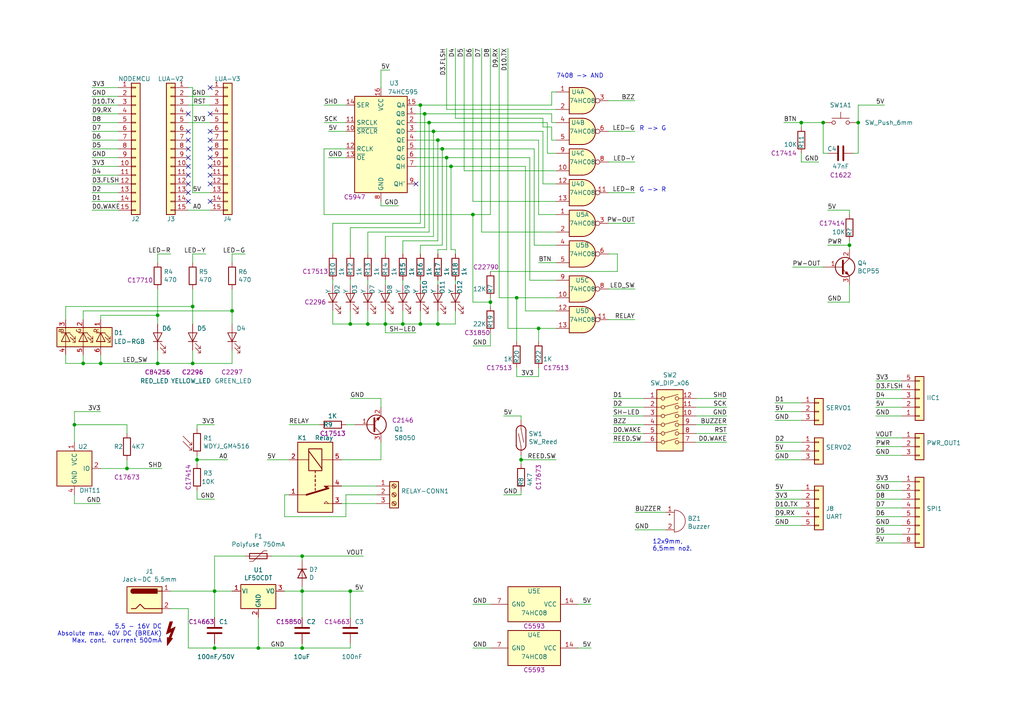
<source format=kicad_sch>
(kicad_sch (version 20230121) (generator eeschema)
  (paper "A4")
  (junction (at 142.24 87.63))
  (junction (at 36.83 135.89))
  (junction (at 111.76 93.98))
  (junction (at 21.59 123.19))
  (junction (at 62.23 171.45))
  (junction (at 101.6 171.45))
  (junction (at 87.63 187.96))
  (junction (at 67.31 90.17))
  (junction (at 125.73 38.1))
  (junction (at 129.54 45.72))
  (junction (at 128.27 43.18))
  (junction (at 232.41 35.56))
  (junction (at 127 93.98))
  (junction (at 87.63 171.45))
  (junction (at 87.63 161.29))
  (junction (at 127 40.64))
  (junction (at 101.6 93.98))
  (junction (at 55.88 105.41))
  (junction (at 116.84 93.98))
  (junction (at 246.38 71.12))
  (junction (at 57.15 133.35))
  (junction (at 55.88 88.9))
  (junction (at 248.92 35.56))
  (junction (at 238.76 35.56))
  (junction (at 45.72 91.44))
  (junction (at 137.16 62.23))
  (junction (at 24.13 105.41))
  (junction (at 74.93 187.96))
  (junction (at 121.92 93.98))
  (junction (at 151.13 133.35))
  (junction (at 45.72 105.41))
  (junction (at 130.81 48.26))
  (junction (at 124.46 35.56))
  (junction (at 106.68 93.98))
  (junction (at 62.23 187.96))
  (junction (at 149.86 86.36))
  (junction (at 123.19 33.02))
  (junction (at 121.92 30.48))
  (junction (at 29.21 105.41))
  (junction (at 156.21 95.25))
  (no_connect (at 60.96 40.64))
  (no_connect (at 54.61 55.88))
  (no_connect (at 60.96 50.8))
  (no_connect (at 54.61 53.34))
  (no_connect (at 54.61 58.42))
  (no_connect (at 54.61 45.72))
  (no_connect (at 60.96 58.42))
  (no_connect (at 60.96 45.72))
  (no_connect (at 54.61 48.26))
  (no_connect (at 60.96 38.1))
  (no_connect (at 54.61 40.64))
  (no_connect (at 54.61 50.8))
  (no_connect (at 60.96 33.02))
  (no_connect (at 54.61 33.02))
  (no_connect (at 60.96 43.18))
  (no_connect (at 54.61 38.1))
  (no_connect (at 60.96 25.4))
  (no_connect (at 54.61 43.18))
  (no_connect (at 60.96 48.26))
  (no_connect (at 120.65 53.34))
  (no_connect (at 60.96 53.34))
  (wire (pts (xy 261.62 120.65) (xy 254 120.65)))
  (wire (pts (xy 201.93 115.57) (xy 210.82 115.57)))
  (wire (pts (xy 26.67 25.4) (xy 34.29 25.4)))
  (wire (pts (xy 152.4 48.26) (xy 152.4 90.17)))
  (wire (pts (xy 176.53 64.77) (xy 184.15 64.77)))
  (wire (pts (xy 111.76 81.28) (xy 111.76 82.55)))
  (wire (pts (xy 26.67 38.1) (xy 34.29 38.1)))
  (wire (pts (xy 125.73 38.1) (xy 157.48 38.1)))
  (wire (pts (xy 87.63 171.45) (xy 82.55 171.45)))
  (wire (pts (xy 110.49 128.27) (xy 110.49 133.35)))
  (wire (pts (xy 247.65 44.45) (xy 248.92 44.45)))
  (wire (pts (xy 106.68 73.66) (xy 106.68 67.31)))
  (wire (pts (xy 101.6 186.69) (xy 101.6 187.96)))
  (wire (pts (xy 179.07 73.66) (xy 179.07 78.74)))
  (wire (pts (xy 151.13 120.65) (xy 146.05 120.65)))
  (wire (pts (xy 57.15 123.19) (xy 62.23 123.19)))
  (wire (pts (xy 21.59 128.27) (xy 21.59 123.19)))
  (wire (pts (xy 232.41 149.86) (xy 224.79 149.86)))
  (wire (pts (xy 246.38 82.55) (xy 246.38 87.63)))
  (wire (pts (xy 132.08 13.97) (xy 132.08 34.29)))
  (wire (pts (xy 120.65 33.02) (xy 123.19 33.02)))
  (wire (pts (xy 26.67 30.48) (xy 34.29 30.48)))
  (wire (pts (xy 137.16 187.96) (xy 142.24 187.96)))
  (wire (pts (xy 36.83 135.89) (xy 36.83 133.35)))
  (wire (pts (xy 62.23 187.96) (xy 62.23 186.69)))
  (wire (pts (xy 177.8 115.57) (xy 186.69 115.57)))
  (wire (pts (xy 96.52 64.77) (xy 121.92 64.77)))
  (wire (pts (xy 261.62 139.7) (xy 254 139.7)))
  (wire (pts (xy 45.72 76.2) (xy 45.72 73.66)))
  (wire (pts (xy 261.62 115.57) (xy 254 115.57)))
  (wire (pts (xy 45.72 73.66) (xy 49.53 73.66)))
  (wire (pts (xy 106.68 81.28) (xy 106.68 82.55)))
  (wire (pts (xy 26.67 33.02) (xy 34.29 33.02)))
  (wire (pts (xy 232.41 142.24) (xy 224.79 142.24)))
  (wire (pts (xy 111.76 73.66) (xy 111.76 68.58)))
  (wire (pts (xy 55.88 73.66) (xy 59.69 73.66)))
  (wire (pts (xy 232.41 147.32) (xy 224.79 147.32)))
  (wire (pts (xy 154.94 71.12) (xy 161.29 71.12)))
  (wire (pts (xy 67.31 171.45) (xy 62.23 171.45)))
  (wire (pts (xy 26.67 40.64) (xy 34.29 40.64)))
  (wire (pts (xy 120.65 38.1) (xy 125.73 38.1)))
  (wire (pts (xy 160.02 36.83) (xy 157.48 36.83)))
  (wire (pts (xy 137.16 100.33) (xy 142.24 100.33)))
  (wire (pts (xy 55.88 83.82) (xy 55.88 88.9)))
  (wire (pts (xy 232.41 119.38) (xy 224.79 119.38)))
  (wire (pts (xy 60.96 35.56) (xy 54.61 35.56)))
  (wire (pts (xy 121.92 30.48) (xy 160.02 30.48)))
  (wire (pts (xy 21.59 123.19) (xy 21.59 119.38)))
  (wire (pts (xy 161.29 40.64) (xy 160.02 40.64)))
  (wire (pts (xy 137.16 13.97) (xy 137.16 58.42)))
  (wire (pts (xy 26.67 48.26) (xy 34.29 48.26)))
  (wire (pts (xy 26.67 50.8) (xy 34.29 50.8)))
  (wire (pts (xy 54.61 27.94) (xy 60.96 27.94)))
  (wire (pts (xy 232.41 121.92) (xy 224.79 121.92)))
  (wire (pts (xy 158.75 35.56) (xy 158.75 44.45)))
  (wire (pts (xy 156.21 109.22) (xy 149.86 109.22)))
  (wire (pts (xy 160.02 40.64) (xy 160.02 36.83)))
  (wire (pts (xy 142.24 13.97) (xy 142.24 62.23)))
  (wire (pts (xy 67.31 101.6) (xy 67.31 105.41)))
  (wire (pts (xy 232.41 116.84) (xy 224.79 116.84)))
  (wire (pts (xy 261.62 152.4) (xy 254 152.4)))
  (wire (pts (xy 229.87 77.47) (xy 238.76 77.47)))
  (wire (pts (xy 106.68 93.98) (xy 111.76 93.98)))
  (wire (pts (xy 232.41 152.4) (xy 224.79 152.4)))
  (wire (pts (xy 156.21 40.64) (xy 156.21 62.23)))
  (wire (pts (xy 124.46 67.31) (xy 124.46 35.56)))
  (wire (pts (xy 99.06 146.05) (xy 109.22 146.05)))
  (wire (pts (xy 111.76 68.58) (xy 125.73 68.58)))
  (wire (pts (xy 105.41 171.45) (xy 101.6 171.45)))
  (wire (pts (xy 157.48 38.1) (xy 157.48 53.34)))
  (wire (pts (xy 55.88 105.41) (xy 45.72 105.41)))
  (wire (pts (xy 120.65 30.48) (xy 121.92 30.48)))
  (wire (pts (xy 87.63 171.45) (xy 101.6 171.45)))
  (wire (pts (xy 151.13 133.35) (xy 161.29 133.35)))
  (wire (pts (xy 160.02 26.67) (xy 160.02 30.48)))
  (wire (pts (xy 120.65 48.26) (xy 130.81 48.26)))
  (wire (pts (xy 93.98 62.23) (xy 93.98 43.18)))
  (wire (pts (xy 26.67 60.96) (xy 34.29 60.96)))
  (wire (pts (xy 160.02 26.67) (xy 161.29 26.67)))
  (wire (pts (xy 60.96 30.48) (xy 54.61 30.48)))
  (wire (pts (xy 67.31 105.41) (xy 55.88 105.41)))
  (wire (pts (xy 100.33 149.86) (xy 100.33 143.51)))
  (wire (pts (xy 261.62 142.24) (xy 254 142.24)))
  (wire (pts (xy 96.52 90.17) (xy 96.52 93.98)))
  (wire (pts (xy 151.13 133.35) (xy 151.13 134.62)))
  (wire (pts (xy 261.62 127) (xy 254 127)))
  (wire (pts (xy 26.67 45.72) (xy 34.29 45.72)))
  (wire (pts (xy 134.62 49.53) (xy 161.29 49.53)))
  (wire (pts (xy 121.92 73.66) (xy 121.92 71.12)))
  (wire (pts (xy 101.6 81.28) (xy 101.6 82.55)))
  (wire (pts (xy 67.31 76.2) (xy 67.31 73.66)))
  (wire (pts (xy 121.92 90.17) (xy 121.92 93.98)))
  (wire (pts (xy 92.71 123.19) (xy 83.82 123.19)))
  (wire (pts (xy 96.52 81.28) (xy 96.52 82.55)))
  (wire (pts (xy 101.6 73.66) (xy 101.6 66.04)))
  (wire (pts (xy 120.65 43.18) (xy 128.27 43.18)))
  (wire (pts (xy 124.46 35.56) (xy 158.75 35.56)))
  (wire (pts (xy 60.96 60.96) (xy 54.61 60.96)))
  (wire (pts (xy 176.53 55.88) (xy 184.15 55.88)))
  (wire (pts (xy 161.29 76.2) (xy 156.21 76.2)))
  (wire (pts (xy 149.86 86.36) (xy 161.29 86.36)))
  (wire (pts (xy 132.08 81.28) (xy 132.08 82.55)))
  (wire (pts (xy 186.69 120.65) (xy 177.8 120.65)))
  (wire (pts (xy 21.59 143.51) (xy 21.59 146.05)))
  (wire (pts (xy 67.31 90.17) (xy 67.31 93.98)))
  (wire (pts (xy 87.63 170.18) (xy 87.63 171.45)))
  (wire (pts (xy 96.52 93.98) (xy 101.6 93.98)))
  (wire (pts (xy 45.72 91.44) (xy 45.72 93.98)))
  (wire (pts (xy 246.38 87.63) (xy 240.03 87.63)))
  (wire (pts (xy 127 73.66) (xy 127 72.39)))
  (wire (pts (xy 95.25 45.72) (xy 100.33 45.72)))
  (wire (pts (xy 137.16 62.23) (xy 93.98 62.23)))
  (wire (pts (xy 201.93 120.65) (xy 210.82 120.65)))
  (wire (pts (xy 232.41 133.35) (xy 224.79 133.35)))
  (wire (pts (xy 57.15 124.46) (xy 57.15 123.19)))
  (wire (pts (xy 246.38 71.12) (xy 240.03 71.12)))
  (wire (pts (xy 149.86 109.22) (xy 149.86 106.68)))
  (wire (pts (xy 130.81 48.26) (xy 152.4 48.26)))
  (wire (pts (xy 110.49 133.35) (xy 99.06 133.35)))
  (wire (pts (xy 36.83 135.89) (xy 46.99 135.89)))
  (wire (pts (xy 101.6 179.07) (xy 101.6 171.45)))
  (wire (pts (xy 21.59 119.38) (xy 29.21 119.38)))
  (wire (pts (xy 62.23 187.96) (xy 54.61 187.96)))
  (wire (pts (xy 261.62 129.54) (xy 254 129.54)))
  (wire (pts (xy 49.53 171.45) (xy 62.23 171.45)))
  (wire (pts (xy 110.49 115.57) (xy 101.6 115.57)))
  (wire (pts (xy 87.63 161.29) (xy 105.41 161.29)))
  (wire (pts (xy 29.21 135.89) (xy 36.83 135.89)))
  (wire (pts (xy 176.53 92.71) (xy 184.15 92.71)))
  (wire (pts (xy 67.31 73.66) (xy 71.12 73.66)))
  (wire (pts (xy 82.55 143.51) (xy 82.55 149.86)))
  (wire (pts (xy 99.06 140.97) (xy 109.22 140.97)))
  (wire (pts (xy 83.82 143.51) (xy 82.55 143.51)))
  (wire (pts (xy 106.68 67.31) (xy 124.46 67.31)))
  (wire (pts (xy 261.62 110.49) (xy 254 110.49)))
  (wire (pts (xy 201.93 128.27) (xy 210.82 128.27)))
  (wire (pts (xy 179.07 73.66) (xy 176.53 73.66)))
  (wire (pts (xy 186.69 128.27) (xy 177.8 128.27)))
  (wire (pts (xy 120.65 35.56) (xy 124.46 35.56)))
  (wire (pts (xy 19.05 92.71) (xy 19.05 88.9)))
  (wire (pts (xy 101.6 66.04) (xy 123.19 66.04)))
  (wire (pts (xy 144.78 86.36) (xy 149.86 86.36)))
  (wire (pts (xy 176.53 46.99) (xy 184.15 46.99)))
  (wire (pts (xy 121.92 64.77) (xy 121.92 30.48)))
  (wire (pts (xy 62.23 161.29) (xy 62.23 171.45)))
  (wire (pts (xy 110.49 25.4) (xy 110.49 20.32)))
  (wire (pts (xy 74.93 187.96) (xy 74.93 179.07)))
  (wire (pts (xy 153.67 45.72) (xy 153.67 81.28)))
  (wire (pts (xy 129.54 13.97) (xy 129.54 31.75)))
  (wire (pts (xy 93.98 30.48) (xy 100.33 30.48)))
  (wire (pts (xy 110.49 59.69) (xy 115.57 59.69)))
  (wire (pts (xy 142.24 87.63) (xy 137.16 87.63)))
  (wire (pts (xy 179.07 78.74) (xy 142.24 78.74)))
  (wire (pts (xy 87.63 162.56) (xy 87.63 161.29)))
  (wire (pts (xy 156.21 95.25) (xy 156.21 99.06)))
  (wire (pts (xy 100.33 43.18) (xy 93.98 43.18)))
  (wire (pts (xy 132.08 73.66) (xy 132.08 72.39)))
  (wire (pts (xy 160.02 35.56) (xy 161.29 35.56)))
  (wire (pts (xy 156.21 95.25) (xy 161.29 95.25)))
  (wire (pts (xy 116.84 90.17) (xy 116.84 93.98)))
  (wire (pts (xy 55.88 88.9) (xy 55.88 93.98)))
  (wire (pts (xy 248.92 30.48) (xy 256.54 30.48)))
  (wire (pts (xy 153.67 81.28) (xy 161.29 81.28)))
  (wire (pts (xy 101.6 93.98) (xy 106.68 93.98)))
  (wire (pts (xy 111.76 90.17) (xy 111.76 93.98)))
  (wire (pts (xy 184.15 148.59) (xy 193.04 148.59)))
  (wire (pts (xy 128.27 71.12) (xy 128.27 43.18)))
  (wire (pts (xy 151.13 121.92) (xy 151.13 120.65)))
  (wire (pts (xy 246.38 72.39) (xy 246.38 71.12)))
  (wire (pts (xy 171.45 187.96) (xy 167.64 187.96)))
  (wire (pts (xy 29.21 91.44) (xy 45.72 91.44)))
  (wire (pts (xy 116.84 93.98) (xy 121.92 93.98)))
  (wire (pts (xy 171.45 175.26) (xy 167.64 175.26)))
  (wire (pts (xy 246.38 60.96) (xy 240.03 60.96)))
  (wire (pts (xy 67.31 83.82) (xy 67.31 90.17)))
  (wire (pts (xy 78.74 161.29) (xy 87.63 161.29)))
  (wire (pts (xy 57.15 142.24) (xy 57.15 144.78)))
  (wire (pts (xy 142.24 88.9) (xy 142.24 87.63)))
  (wire (pts (xy 57.15 144.78) (xy 62.23 144.78)))
  (wire (pts (xy 26.67 53.34) (xy 34.29 53.34)))
  (wire (pts (xy 161.29 67.31) (xy 139.7 67.31)))
  (wire (pts (xy 157.48 34.29) (xy 132.08 34.29)))
  (wire (pts (xy 152.4 90.17) (xy 161.29 90.17)))
  (wire (pts (xy 132.08 72.39) (xy 130.81 72.39)))
  (wire (pts (xy 121.92 81.28) (xy 121.92 82.55)))
  (wire (pts (xy 232.41 46.99) (xy 237.49 46.99)))
  (wire (pts (xy 248.92 35.56) (xy 248.92 44.45)))
  (wire (pts (xy 19.05 105.41) (xy 24.13 105.41)))
  (wire (pts (xy 240.03 44.45) (xy 238.76 44.45)))
  (wire (pts (xy 74.93 187.96) (xy 62.23 187.96)))
  (wire (pts (xy 129.54 45.72) (xy 153.67 45.72)))
  (wire (pts (xy 55.88 76.2) (xy 55.88 73.66)))
  (wire (pts (xy 157.48 53.34) (xy 161.29 53.34)))
  (wire (pts (xy 24.13 102.87) (xy 24.13 105.41)))
  (wire (pts (xy 227.33 35.56) (xy 232.41 35.56)))
  (wire (pts (xy 177.8 118.11) (xy 186.69 118.11)))
  (wire (pts (xy 96.52 73.66) (xy 96.52 64.77)))
  (wire (pts (xy 186.69 123.19) (xy 177.8 123.19)))
  (wire (pts (xy 261.62 149.86) (xy 254 149.86)))
  (wire (pts (xy 29.21 105.41) (xy 45.72 105.41)))
  (wire (pts (xy 261.62 157.48) (xy 254 157.48)))
  (wire (pts (xy 261.62 147.32) (xy 254 147.32)))
  (wire (pts (xy 142.24 62.23) (xy 137.16 62.23)))
  (wire (pts (xy 238.76 44.45) (xy 238.76 35.56)))
  (wire (pts (xy 144.78 13.97) (xy 144.78 86.36)))
  (wire (pts (xy 176.53 29.21) (xy 184.15 29.21)))
  (wire (pts (xy 24.13 92.71) (xy 24.13 90.17)))
  (wire (pts (xy 54.61 176.53) (xy 49.53 176.53)))
  (wire (pts (xy 29.21 102.87) (xy 29.21 105.41)))
  (wire (pts (xy 261.62 144.78) (xy 254 144.78)))
  (wire (pts (xy 106.68 90.17) (xy 106.68 93.98)))
  (wire (pts (xy 36.83 123.19) (xy 36.83 125.73)))
  (wire (pts (xy 147.32 13.97) (xy 147.32 95.25)))
  (wire (pts (xy 57.15 132.08) (xy 57.15 133.35)))
  (wire (pts (xy 55.88 25.4) (xy 55.88 55.88)))
  (wire (pts (xy 26.67 43.18) (xy 34.29 43.18)))
  (wire (pts (xy 129.54 72.39) (xy 129.54 45.72)))
  (wire (pts (xy 137.16 175.26) (xy 142.24 175.26)))
  (wire (pts (xy 45.72 105.41) (xy 45.72 101.6)))
  (wire (pts (xy 26.67 55.88) (xy 34.29 55.88)))
  (wire (pts (xy 24.13 90.17) (xy 67.31 90.17)))
  (wire (pts (xy 160.02 33.02) (xy 160.02 35.56)))
  (wire (pts (xy 123.19 33.02) (xy 160.02 33.02)))
  (wire (pts (xy 261.62 118.11) (xy 254 118.11)))
  (wire (pts (xy 29.21 92.71) (xy 29.21 91.44)))
  (wire (pts (xy 147.32 95.25) (xy 156.21 95.25)))
  (wire (pts (xy 111.76 93.98) (xy 116.84 93.98)))
  (wire (pts (xy 186.69 125.73) (xy 177.8 125.73)))
  (wire (pts (xy 232.41 35.56) (xy 238.76 35.56)))
  (wire (pts (xy 201.93 118.11) (xy 210.82 118.11)))
  (wire (pts (xy 110.49 118.11) (xy 110.49 115.57)))
  (wire (pts (xy 93.98 35.56) (xy 100.33 35.56)))
  (wire (pts (xy 21.59 146.05) (xy 29.21 146.05)))
  (wire (pts (xy 62.23 171.45) (xy 62.23 179.07)))
  (wire (pts (xy 184.15 153.67) (xy 193.04 153.67)))
  (wire (pts (xy 246.38 62.23) (xy 246.38 60.96)))
  (wire (pts (xy 156.21 106.68) (xy 156.21 109.22)))
  (wire (pts (xy 26.67 35.56) (xy 34.29 35.56)))
  (wire (pts (xy 142.24 96.52) (xy 142.24 100.33)))
  (wire (pts (xy 149.86 99.06) (xy 149.86 86.36)))
  (wire (pts (xy 71.12 161.29) (xy 62.23 161.29)))
  (wire (pts (xy 232.41 36.83) (xy 232.41 35.56)))
  (wire (pts (xy 248.92 30.48) (xy 248.92 35.56)))
  (wire (pts (xy 132.08 93.98) (xy 127 93.98)))
  (wire (pts (xy 151.13 132.08) (xy 151.13 133.35)))
  (wire (pts (xy 100.33 38.1) (xy 95.25 38.1)))
  (wire (pts (xy 102.87 123.19) (xy 100.33 123.19)))
  (wire (pts (xy 127 72.39) (xy 129.54 72.39)))
  (wire (pts (xy 110.49 20.32) (xy 113.03 20.32)))
  (wire (pts (xy 128.27 43.18) (xy 154.94 43.18)))
  (wire (pts (xy 116.84 73.66) (xy 116.84 69.85)))
  (wire (pts (xy 156.21 62.23) (xy 161.29 62.23)))
  (wire (pts (xy 261.62 113.03) (xy 254 113.03)))
  (wire (pts (xy 121.92 71.12) (xy 128.27 71.12)))
  (wire (pts (xy 176.53 38.1) (xy 184.15 38.1)))
  (wire (pts (xy 54.61 187.96) (xy 54.61 176.53)))
  (wire (pts (xy 161.29 58.42) (xy 137.16 58.42)))
  (wire (pts (xy 232.41 128.27) (xy 224.79 128.27)))
  (wire (pts (xy 127 40.64) (xy 156.21 40.64)))
  (wire (pts (xy 137.16 87.63) (xy 137.16 62.23)))
  (wire (pts (xy 120.65 40.64) (xy 127 40.64)))
  (wire (pts (xy 82.55 149.86) (xy 100.33 149.86)))
  (wire (pts (xy 87.63 179.07) (xy 87.63 171.45)))
  (wire (pts (xy 201.93 125.73) (xy 210.82 125.73)))
  (wire (pts (xy 116.84 69.85) (xy 127 69.85)))
  (wire (pts (xy 201.93 123.19) (xy 210.82 123.19)))
  (wire (pts (xy 87.63 187.96) (xy 74.93 187.96)))
  (wire (pts (xy 151.13 143.51) (xy 146.05 143.51)))
  (wire (pts (xy 121.92 93.98) (xy 127 93.98)))
  (wire (pts (xy 176.53 83.82) (xy 184.15 83.82)))
  (wire (pts (xy 87.63 186.69) (xy 87.63 187.96)))
  (wire (pts (xy 83.82 133.35) (xy 77.47 133.35)))
  (wire (pts (xy 139.7 13.97) (xy 139.7 67.31)))
  (wire (pts (xy 111.76 96.52) (xy 120.65 96.52)))
  (wire (pts (xy 110.49 58.42) (xy 110.49 59.69)))
  (wire (pts (xy 142.24 87.63) (xy 142.24 86.36)))
  (wire (pts (xy 261.62 154.94) (xy 254 154.94)))
  (wire (pts (xy 157.48 36.83) (xy 157.48 34.29)))
  (wire (pts (xy 101.6 90.17) (xy 101.6 93.98)))
  (wire (pts (xy 134.62 13.97) (xy 134.62 49.53)))
  (wire (pts (xy 132.08 90.17) (xy 132.08 93.98)))
  (wire (pts (xy 19.05 102.87) (xy 19.05 105.41)))
  (wire (pts (xy 54.61 25.4) (xy 55.88 25.4)))
  (wire (pts (xy 57.15 133.35) (xy 57.15 134.62)))
  (wire (pts (xy 246.38 71.12) (xy 246.38 69.85)))
  (wire (pts (xy 55.88 101.6) (xy 55.88 105.41)))
  (wire (pts (xy 101.6 187.96) (xy 87.63 187.96)))
  (wire (pts (xy 232.41 144.78) (xy 224.79 144.78)))
  (wire (pts (xy 45.72 83.82) (xy 45.72 91.44)))
  (wire (pts (xy 129.54 31.75) (xy 161.29 31.75)))
  (wire (pts (xy 26.67 58.42) (xy 34.29 58.42)))
  (wire (pts (xy 123.19 66.04) (xy 123.19 33.02)))
  (wire (pts (xy 158.75 44.45) (xy 161.29 44.45)))
  (wire (pts (xy 24.13 105.41) (xy 29.21 105.41)))
  (wire (pts (xy 125.73 68.58) (xy 125.73 38.1)))
  (wire (pts (xy 19.05 88.9) (xy 55.88 88.9)))
  (wire (pts (xy 120.65 45.72) (xy 129.54 45.72)))
  (wire (pts (xy 55.88 55.88) (xy 60.96 55.88)))
  (wire (pts (xy 26.67 27.94) (xy 34.29 27.94)))
  (wire (pts (xy 232.41 44.45) (xy 232.41 46.99)))
  (wire (pts (xy 116.84 81.28) (xy 116.84 82.55)))
  (wire (pts (xy 127 81.28) (xy 127 82.55)))
  (wire (pts (xy 130.81 72.39) (xy 130.81 48.26)))
  (wire (pts (xy 100.33 143.51) (xy 109.22 143.51)))
  (wire (pts (xy 154.94 43.18) (xy 154.94 71.12)))
  (wire (pts (xy 127 69.85) (xy 127 40.64)))
  (wire (pts (xy 57.15 133.35) (xy 66.04 133.35)))
  (wire (pts (xy 261.62 132.08) (xy 254 132.08)))
  (wire (pts (xy 127 93.98) (xy 127 90.17)))
  (wire (pts (xy 232.41 130.81) (xy 224.79 130.81)))
  (wire (pts (xy 151.13 142.24) (xy 151.13 143.51)))
  (wire (pts (xy 111.76 93.98) (xy 111.76 96.52)))
  (wire (pts (xy 21.59 123.19) (xy 36.83 123.19)))
  (text "5,5 - 16V DC\nAbsolute max. 40V DC (BREAK)\nMax. cont.  current 500mA" (at 46.99 186.69 0) (effects (font (size 1.27 1.27)) (justify right bottom)))
  (text "R -> G" (at 185.42 38.1 0) (effects (font (size 1.27 1.27)) (justify left bottom)))
  (text "12x9mm,\n6,5mm nož." (at 189.23 160.02 0) (effects (font (size 1.27 1.27)) (justify left bottom)))
  (text "7408 -> AND" (at 161.29 22.86 0) (effects (font (size 1.27 1.27)) (justify left bottom)))
  (text "G -> R" (at 185.42 55.88 0) (effects (font (size 1.27 1.27)) (justify left bottom)))
  (label "D6" (at 254 149.86 0))
  (label "BUZZER" (at 184.15 148.59 0))
  (label "GND" (at 137.16 100.33 0))
  (label "PW-OUT" (at 229.87 77.47 0))
  (label "5V" (at 77.47 133.35 0))
  (label "GND" (at 210.82 120.65 180))
  (label "RST" (at 59.69 30.48 180))
  (label "LED-R" (at 184.15 55.88 180))
  (label "GND" (at 254 120.65 0))
  (label "D9.RX" (at 26.67 33.02 0))
  (label "PW-OUT" (at 184.15 64.77 180))
  (label "D8" (at 142.24 13.97 270))
  (label "D0.WAKE" (at 177.8 125.73 0))
  (label "D7" (at 26.67 38.1 0))
  (label "PWR" (at 240.03 71.12 0))
  (label "D4" (at 26.67 50.8 0))
  (label "D5" (at 254 154.94 0))
  (label "SH-LED" (at 120.65 96.52 180))
  (label "SHD" (at 93.98 30.48 0))
  (label "VOUT" (at 105.41 161.29 180))
  (label "GND" (at 224.79 133.35 0))
  (label "SCK" (at 210.82 118.11 180))
  (label "D0.WAKE" (at 210.82 128.27 180))
  (label "5V" (at 224.79 130.81 0))
  (label "D2" (at 224.79 128.27 0))
  (label "5V" (at 113.03 20.32 180))
  (label "LED-G" (at 184.15 38.1 180))
  (label "LED-Y" (at 184.15 46.99 180))
  (label "3V3" (at 62.23 123.19 180))
  (label "5V" (at 254 157.48 0))
  (label "D8" (at 26.67 35.56 0))
  (label "GND" (at 254 142.24 0))
  (label "BUZZER" (at 210.82 123.19 180))
  (label "D3.FLSH" (at 254 113.03 0))
  (label "GND" (at 224.79 121.92 0))
  (label "GND" (at 184.15 153.67 0))
  (label "GND" (at 59.69 27.94 180))
  (label "5V" (at 171.45 187.96 180))
  (label "GND" (at 101.6 115.57 0))
  (label "D7" (at 254 147.32 0))
  (label "5V" (at 171.45 175.26 180))
  (label "5V" (at 105.41 171.45 180))
  (label "GND" (at 137.16 187.96 0))
  (label "GND" (at 146.05 143.51 0))
  (label "5V" (at 224.79 142.24 0))
  (label "3V3" (at 59.69 35.56 180))
  (label "D2" (at 26.67 55.88 0))
  (label "D10.TX" (at 26.67 30.48 0))
  (label "BTN" (at 156.21 76.2 0))
  (label "3V3" (at 254 110.49 0))
  (label "LED_SW" (at 35.56 105.41 0))
  (label "D6" (at 26.67 40.64 0))
  (label "GND" (at 137.16 175.26 0))
  (label "REED.SW" (at 161.29 133.35 180))
  (label "D10.TX" (at 147.32 13.97 270))
  (label "3V3" (at 254 139.7 0))
  (label "GND" (at 26.67 27.94 0))
  (label "D9.RX" (at 144.78 13.97 270))
  (label "LED-Y" (at 59.69 73.66 180))
  (label "VOUT" (at 254 127 0))
  (label "D8" (at 254 144.78 0))
  (label "RELAY" (at 184.15 92.71 180))
  (label "D5" (at 26.67 43.18 0))
  (label "5V" (at 146.05 120.65 0))
  (label "A0" (at 58.42 60.96 180))
  (label "5V" (at 240.03 60.96 0))
  (label "LED-R" (at 49.53 73.66 180))
  (label "GND" (at 237.49 46.99 180))
  (label "SHD" (at 210.82 115.57 180))
  (label "A0" (at 66.04 133.35 180))
  (label "GND" (at 95.25 45.72 0))
  (label "5V" (at 95.25 38.1 0))
  (label "3V3" (at 224.79 144.78 0))
  (label "3V3" (at 29.21 119.38 180))
  (label "D10.TX" (at 224.79 147.32 0))
  (label "RST" (at 210.82 125.73 180))
  (label "LED_SW" (at 184.15 83.82 180))
  (label "GND" (at 254 132.08 0))
  (label "D0.WAKE" (at 26.67 60.96 0))
  (label "D6" (at 137.16 13.97 270))
  (label "D7" (at 139.7 13.97 270))
  (label "GND" (at 26.67 45.72 0))
  (label "D2" (at 177.8 118.11 0))
  (label "BZZ" (at 177.8 123.19 0))
  (label "SCK" (at 93.98 35.56 0))
  (label "LED-G" (at 71.12 73.66 180))
  (label "3V3" (at 151.13 109.22 0))
  (label "GND" (at 240.03 87.63 0))
  (label "SHD" (at 46.99 135.89 180))
  (label "5V" (at 256.54 30.48 180))
  (label "REED.SW" (at 177.8 128.27 0))
  (label "3V3" (at 26.67 25.4 0))
  (label "GND" (at 62.23 144.78 180))
  (label "GND" (at 254 152.4 0))
  (label "D1" (at 224.79 116.84 0))
  (label "GND" (at 29.21 146.05 180))
  (label "BZZ" (at 184.15 29.21 180))
  (label "D4" (at 254 115.57 0))
  (label "D1" (at 26.67 58.42 0))
  (label "D5" (at 134.62 13.97 270))
  (label "PWR" (at 254 129.54 0))
  (label "BTN" (at 227.33 35.56 0))
  (label "GND" (at 82.55 187.96 180))
  (label "D4" (at 132.08 13.97 270))
  (label "D3.FLSH" (at 129.54 13.97 270))
  (label "RELAY" (at 83.82 123.19 0))
  (label "GND" (at 224.79 152.4 0))
  (label "D3.FLSH" (at 26.67 53.34 0))
  (label "D9.RX" (at 224.79 149.86 0))
  (label "5V" (at 55.88 55.88 0))
  (label "GND" (at 115.57 59.69 180))
  (label "D1" (at 177.8 115.57 0))
  (label "3V3" (at 26.67 48.26 0))
  (label "5V" (at 254 118.11 0))
  (label "5V" (at 224.79 119.38 0))
  (label "SH-LED" (at 177.8 120.65 0))
  (symbol (lib_id "e-IoT_mk4-rescue:Conn_01x15-Connector_Generic-W2IoT_mk1-rescue-W2IoT_mk1-rescue") (at 39.37 43.18 0) (unit 1)
    (property "Reference" "J2" (at 38.1 63.5 0) (effects (justify left)))
    (property "Value" "NODEMCU" (at 34.29 22.86 0) (effects (justify left)))
    (property "Footprint" "Connector_PinSocket_2.54mm:PinSocket_1x15_P2.54mm_Vertical" (effects hide))
  )
  (symbol (lib_id "e-IoT_mk4-rescue:Conn_01x15-Connector_Generic-W2IoT_mk1-rescue-W2IoT_mk1-rescue") (at 66.04 43.18 0) (unit 1)
    (property "Reference" "J4" (at 64.77 63.5 0) (effects (justify left)))
    (property "Value" "LUA-V3" (at 62.23 22.86 0) (effects (justify left)))
    (property "Footprint" "Connector_PinSocket_2.54mm:PinSocket_1x15_P2.54mm_Vertical" (effects hide))
  )
  (symbol (lib_id "e-IoT_mk4-rescue:Conn_01x15-Connector_Generic-W2IoT_mk1-rescue-W2IoT_mk1-rescue") (at 49.53 43.18 0) (mirror y) (unit 1)
    (property "Reference" "J3" (at 50.8 63.5 0) (effects (justify left)))
    (property "Value" "LUA-V2" (at 53.34 22.86 0) (effects (justify left)))
    (property "Footprint" "Connector_PinSocket_2.54mm:PinSocket_1x15_P2.54mm_Vertical" (effects hide))
  )
  (symbol (lib_id "e-IoT_mk4-rescue:Buzzer-Device-W2IoT_mk1-rescue-W2IoT_mk1-rescue") (at 195.58 151.13 0) (unit 1)
    (property "Reference" "BZ1" (at 199.4408 150.3934 0) (effects (justify left)))
    (property "Value" "Buzzer" (at 199.4408 152.7048 0) (effects (justify left)))
    (property "Footprint" "Buzzer_Beeper:MagneticBuzzer_ProSignal_ABT-410-RC" (effects hide))
  )
  (symbol (lib_id "e-IoT_mk4-rescue:Jack-DC-Connector-W2IoT_mk1-rescue-W2IoT_mk1-rescue") (at 41.91 173.99 0) (unit 1)
    (property "Reference" "J1" (at 43.3578 165.735 0))
    (property "Value" "Jack-DC 5,5mm" (at 43.3578 168.0464 0))
    (property "Footprint" "Connector_BarrelJack:BarrelJack_Horizontal" (effects hide))
  )
  (symbol (lib_id "e-IoT_mk4-rescue:SW_Push-Switch-W2IoT_mk1-rescue-W2IoT_mk1-rescue") (at 243.84 35.56 0) (unit 1)
    (property "Reference" "SW1A1" (at 243.84 30.48 0))
    (property "Value" "SW_Push_6mm" (at 257.81 35.56 0))
    (property "Footprint" "Button_Switch_THT:SW_PUSH_6mm_H5mm" (effects hide))
  )
  (symbol (lib_id "e-IoT_mk4-rescue:C-Device-W2IoT_mk1-rescue-W2IoT_mk1-rescue") (at 243.84 44.45 270) (unit 1)
    (property "Reference" "C4" (at 241.3 43.18 90))
    (property "Value" "47nF" (at 243.84 48.26 90))
    (property "Footprint" "Capacitor_SMD:C_0603_1608Metric_Pad1.05x0.95mm_HandSolder" (effects hide))
    (property "LCSC" "C1622" (at 243.84 50.8 90))
  )
  (symbol (lib_id "e-IoT_mk4-rescue:R-Device-W2IoT_mk1-rescue-W2IoT_mk1-rescue") (at 232.41 40.64 0) (unit 1)
    (property "Reference" "R11" (at 232.41 43.18 90) (effects (justify left)))
    (property "Value" "10K" (at 227.33 41.91 0) (effects (justify left)))
    (property "Footprint" "Resistor_SMD:R_0805_2012Metric_Pad1.15x1.40mm_HandSolder" (effects hide))
    (property "LCSC" "C17414" (at 227.33 44.45 0))
  )
  (symbol (lib_id "e-IoT_mk4-rescue:SYM_Flash_Small-Graphic-W2IoT_mk1-rescue-W2IoT_mk1-rescue") (at 49.53 184.15 0) (unit 1)
    (property "Reference" "#SYM1" (effects hide))
    (property "Value" "SYM_Flash_Small" (effects hide))
  )
  (symbol (lib_id "e-IoT_mk4-rescue:R-Device-W2IoT_mk1-rescue-W2IoT_mk1-rescue") (at 57.15 138.43 0) (unit 1)
    (property "Reference" "R3" (at 58.928 137.2616 0) (effects (justify left)))
    (property "Value" "10K" (at 58.42 139.7 0) (effects (justify left)))
    (property "Footprint" "Resistor_SMD:R_0805_2012Metric_Pad1.15x1.40mm_HandSolder" (effects hide))
    (property "LCSC" "C17414" (at 54.61 138.43 90))
  )
  (symbol (lib_id "e-IoT_mk4-rescue:R_PHOTO-Device-W2IoT_mk1-rescue-W2IoT_mk1-rescue") (at 57.15 128.27 0) (unit 1)
    (property "Reference" "R1" (at 58.928 127.1016 0) (effects (justify left)))
    (property "Value" "WDYJ_GM4516" (at 58.928 129.413 0) (effects (justify left)))
    (property "Footprint" "OptoDevice:R_LDR_4.9x4.2mm_P2.54mm_Vertical" (effects hide))
  )
  (symbol (lib_id "e-IoT_mk4-rescue:LED-Device-W2IoT_mk1-rescue-W2IoT_mk1-rescue") (at 45.72 97.79 90) (unit 1)
    (property "Reference" "D6" (at 46.99 95.25 90) (effects (justify right)))
    (property "Value" "RED_LED" (at 40.64 110.49 90) (effects (justify right)))
    (property "Footprint" "LED_SMD:LED_0805_2012Metric_Castellated" (effects hide))
    (property "LCSC" "C84256" (at 45.72 107.95 90))
  )
  (symbol (lib_id "e-IoT_mk4-rescue:LED-Device-W2IoT_mk1-rescue-W2IoT_mk1-rescue") (at 55.88 97.79 90) (unit 1)
    (property "Reference" "D5" (at 57.15 95.25 90) (effects (justify right)))
    (property "Value" "YELLOW_LED" (at 49.53 110.49 90) (effects (justify right)))
    (property "Footprint" "LED_SMD:LED_0805_2012Metric_Castellated" (effects hide))
    (property "LCSC" "C2296" (at 55.88 107.95 90))
  )
  (symbol (lib_id "e-IoT_mk4-rescue:LED-Device-W2IoT_mk1-rescue-W2IoT_mk1-rescue") (at 67.31 97.79 90) (unit 1)
    (property "Reference" "D4" (at 68.58 95.25 90) (effects (justify right)))
    (property "Value" "GREEN_LED" (at 62.23 110.49 90) (effects (justify right)))
    (property "Footprint" "LED_SMD:LED_0805_2012Metric_Castellated" (effects hide))
    (property "LCSC" "C2297" (at 67.31 107.95 90))
  )
  (symbol (lib_id "e-IoT_mk4-rescue:R-Device-W2IoT_mk1-rescue-W2IoT_mk1-rescue") (at 45.72 80.01 0) (unit 1)
    (property "Reference" "R4" (at 47.498 78.8416 0) (effects (justify left)))
    (property "Value" "470" (at 47.498 81.153 0) (effects (justify left)))
    (property "Footprint" "Resistor_SMD:R_0805_2012Metric_Pad1.15x1.40mm_HandSolder" (effects hide))
    (property "LCSC" "C17710" (at 40.64 81.28 0))
  )
  (symbol (lib_id "e-IoT_mk4-rescue:LED_RGB-Device-W2IoT_mk1-rescue-W2IoT_mk1-rescue") (at 24.13 97.79 270) (unit 1)
    (property "Reference" "D1" (at 33.02 96.52 90) (effects (justify left)))
    (property "Value" "LED-RGB" (at 33.02 99.06 90) (effects (justify left)))
    (property "Footprint" "LED_SMD:LED_RGB_5050-6" (effects hide))
  )
  (symbol (lib_id "e-IoT_mk4-rescue:R-Device-W2IoT_mk1-rescue-W2IoT_mk1-rescue") (at 36.83 129.54 0) (unit 1)
    (property "Reference" "R2" (at 33.02 129.54 0) (effects (justify left)))
    (property "Value" "4K7" (at 38.1 129.54 0) (effects (justify left)))
    (property "Footprint" "Resistor_SMD:R_0805_2012Metric_Pad1.15x1.40mm_HandSolder" (effects hide))
    (property "LCSC" "C17673" (at 36.83 138.43 0))
  )
  (symbol (lib_id "e-IoT_mk4-rescue:Conn_01x03-Connector_Generic-W2IoT_mk1-rescue-W2IoT_mk1-rescue") (at 237.49 119.38 0) (unit 1)
    (property "Reference" "SERVO1" (at 239.522 118.3132 0) (effects (justify left)))
    (property "Value" " " (at 239.522 120.6246 0) (effects (justify left)))
    (property "Footprint" "Connector_PinHeader_2.54mm:PinHeader_1x03_P2.54mm_Vertical" (effects hide))
  )
  (symbol (lib_id "e-IoT_mk4-rescue:Conn_01x03-Connector_Generic-W2IoT_mk1-rescue-W2IoT_mk1-rescue") (at 237.49 130.81 0) (unit 1)
    (property "Reference" "SERVO2" (at 239.522 129.7432 0) (effects (justify left)))
    (property "Value" " " (at 239.522 132.0546 0) (effects (justify left)))
    (property "Footprint" "Connector_PinHeader_2.54mm:PinHeader_1x03_P2.54mm_Vertical" (effects hide))
  )
  (symbol (lib_id "Connector_Generic:Conn_01x05") (at 266.7 115.57 0) (mirror x) (unit 1)
    (property "Reference" "IIC1" (at 268.732 115.3668 0) (effects (justify left)))
    (property "Value" " " (at 268.732 113.0554 0) (effects (justify left)))
    (property "Footprint" "Connector_PinSocket_2.54mm:PinSocket_1x05_P2.54mm_Horizontal" (effects hide))
  )
  (symbol (lib_id "Connector_Generic:Conn_01x05") (at 237.49 147.32 0) (unit 1)
    (property "Reference" "J8" (at 239.522 147.5232 0) (effects (justify left)))
    (property "Value" "UART" (at 239.522 149.8346 0) (effects (justify left)))
    (property "Footprint" "Connector_PinHeader_2.54mm:PinHeader_1x05_P2.54mm_Vertical" (effects hide))
  )
  (symbol (lib_id "e-IoT_mk4-rescue:SANYOU_SRD_Form_C-Relay-W2IoT_mk1-rescue-W2IoT_mk1-rescue") (at 91.44 138.43 270) (unit 1)
    (property "Reference" "K1" (at 87.63 127 90))
    (property "Value" "Relay" (at 93.98 127 90))
    (property "Footprint" "Relay_THT:Relay_SPDT_SANYOU_SRD_Series_Form_C" (effects hide))
    (property "Datasheet" "http://www.sanyourelay.ca/public/products/pdf/SRD.pdf" (effects hide))
  )
  (symbol (lib_id "e-IoT_mk4-rescue:Screw_Terminal_01x03-Connector-W2IoT_mk1-rescue-W2IoT_mk1-rescue") (at 114.3 143.51 0) (unit 1)
    (property "Reference" "RELAY-CONN1" (at 116.332 142.4432 0) (effects (justify left)))
    (property "Value" "Screw_Terminal_01x03" (effects hide))
    (property "Footprint" "TerminalBlock:TerminalBlock_bornier-3_P5.08mm" (effects hide))
  )
  (symbol (lib_id "e-IoT_mk4-rescue:74HC595-74xx-W2IoT_mk1-rescue-W2IoT_mk1-rescue") (at 110.49 40.64 0) (unit 1)
    (property "Reference" "U3" (at 114.3 24.13 0))
    (property "Value" "74HC595" (at 116.84 26.67 0))
    (property "Footprint" "Package_SO:SOIC-16_3.9x9.9mm_P1.27mm" (effects hide))
    (property "Datasheet" "http://www.ti.com/lit/ds/symlink/sn74hc595.pdf" (effects hide))
    (property "LCSC" "C5947" (at 102.87 57.15 0))
  )
  (symbol (lib_id "e-IoT_mk4-rescue:74HC00-74xx-W2IoT_mk1-rescue-W2IoT_mk1-rescue") (at 168.91 29.21 0) (unit 1)
    (property "Reference" "U4" (at 167.64 26.67 0))
    (property "Value" "74HC08" (at 168.91 29.21 0))
    (property "Footprint" "Package_SO:SOIC-14_3.9x8.7mm_P1.27mm" (effects hide))
    (property "Datasheet" "http://www.ti.com/lit/gpn/sn74hc00" (effects hide))
  )
  (symbol (lib_id "e-IoT_mk4-rescue:74HC00-74xx-W2IoT_mk1-rescue-W2IoT_mk1-rescue") (at 168.91 38.1 0) (unit 2)
    (property "Reference" "U4" (at 167.64 35.56 0))
    (property "Value" "74HC08" (at 168.91 38.1 0))
    (property "Footprint" "Package_SO:SOIC-14_3.9x8.7mm_P1.27mm" (effects hide))
    (property "Datasheet" "http://www.ti.com/lit/gpn/sn74hc00" (effects hide))
  )
  (symbol (lib_id "e-IoT_mk4-rescue:SW_DIP_x06-Switch-W2IoT_mk1-rescue-W2IoT_mk1-rescue") (at 194.31 123.19 0) (unit 1)
    (property "Reference" "SW2" (at 194.31 108.7882 0))
    (property "Value" "SW_DIP_x06" (at 194.31 111.0996 0))
    (property "Footprint" "Package_DIP:DIP-12_W7.62mm_Socket_LongPads" (effects hide))
  )
  (symbol (lib_id "e-IoT_mk4-rescue:74HC00-74xx-W2IoT_mk1-rescue-W2IoT_mk1-rescue") (at 168.91 46.99 0) (unit 3)
    (property "Reference" "U4" (at 167.64 44.45 0))
    (property "Value" "74HC08" (at 168.91 46.99 0))
    (property "Footprint" "Package_SO:SOIC-14_3.9x8.7mm_P1.27mm" (effects hide))
    (property "Datasheet" "http://www.ti.com/lit/gpn/sn74hc00" (effects hide))
  )
  (symbol (lib_id "e-IoT_mk4-rescue:74HC00-74xx-W2IoT_mk1-rescue-W2IoT_mk1-rescue") (at 168.91 55.88 0) (unit 4)
    (property "Reference" "U4" (at 167.64 53.34 0))
    (property "Value" "74HC08" (at 168.91 55.88 0))
    (property "Footprint" "Package_SO:SOIC-14_3.9x8.7mm_P1.27mm" (effects hide))
    (property "Datasheet" "http://www.ti.com/lit/gpn/sn74hc00" (effects hide))
  )
  (symbol (lib_id "e-IoT_mk4-rescue:74HC00-74xx-W2IoT_mk1-rescue-W2IoT_mk1-rescue") (at 154.94 187.96 270) (unit 5)
    (property "Reference" "U4" (at 154.94 184.15 90))
    (property "Value" "74HC08" (at 154.94 190.5 90))
    (property "Footprint" "Package_SO:SOIC-14_3.9x8.7mm_P1.27mm" (effects hide))
    (property "Datasheet" "http://www.ti.com/lit/gpn/sn74hc00" (effects hide))
    (property "LCSC" "C5593" (at 154.94 194.31 90))
  )
  (symbol (lib_id "e-IoT_mk4-rescue:C-Device-W2IoT_mk1-rescue-W2IoT_mk1-rescue") (at 87.63 182.88 0) (unit 1)
    (property "Reference" "C2" (at 88.9 180.34 0) (effects (justify left)))
    (property "Value" "10uF" (at 85.09 190.5 0) (effects (justify left)))
    (property "Footprint" "Capacitor_SMD:C_0805_2012Metric_Pad1.15x1.40mm_HandSolder" (effects hide))
    (property "LCSC" "C15850" (at 80.01 180.34 0) (effects (justify left)))
  )
  (symbol (lib_id "e-IoT_mk4-rescue:LF50_TO252-Regulator_Linear-W2IoT_mk1-rescue-W2IoT_mk1-rescue") (at 74.93 171.45 0) (unit 1)
    (property "Reference" "U1" (at 74.93 165.3032 0))
    (property "Value" "LF50CDT" (at 74.93 167.6146 0))
    (property "Footprint" "Package_TO_SOT_SMD:TO-252-2" (effects hide))
    (property "Datasheet" "http://www.st.com/content/ccc/resource/technical/document/datasheet/c4/0e/7e/2a/be/bc/4c/bd/CD00000546.pdf/files/CD00000546.pdf/jcr:content/translations/en.CD00000546.pdf" (effects hide))
  )
  (symbol (lib_id "e-IoT_mk4-rescue:SW_Reed-Switch-W2IoT_mk1-rescue-W2IoT_mk1-rescue") (at 151.13 127 270) (unit 1)
    (property "Reference" "SW1" (at 153.289 125.8316 90) (effects (justify left)))
    (property "Value" "SW_Reed" (at 153.289 128.143 90) (effects (justify left)))
    (property "Footprint" "Crystal:Crystal_AT310_D3.0mm_L10.0mm_Horizontal" (effects hide))
  )
  (symbol (lib_id "e-IoT_mk4-rescue:DHT11-Sensor-W2IoT_mk1-rescue-W2IoT_mk1-rescue") (at 21.59 135.89 0) (unit 1)
    (property "Reference" "U2" (at 25.4 129.54 0) (effects (justify right)))
    (property "Value" "DHT11" (at 29.21 142.24 0) (effects (justify right)))
    (property "Footprint" "Sensor:Aosong_DHT11_5.5x12.0_P2.54mm" (effects hide))
    (property "Datasheet" "http://akizukidenshi.com/download/ds/aosong/DHT11.pdf" (effects hide))
  )
  (symbol (lib_id "Device:C") (at 62.23 182.88 0) (unit 1)
    (property "Reference" "C1" (at 63.5 180.34 0) (effects (justify left)))
    (property "Value" "100nF/50V" (at 57.15 190.5 0) (effects (justify left)))
    (property "Footprint" "Capacitor_SMD:C_0603_1608Metric" (effects hide))
    (property "LCSC" "C14663" (at 58.42 180.34 0))
  )
  (symbol (lib_id "e-IoT_mk4-rescue:R-Device-W2IoT_mk1-rescue-W2IoT_mk1-rescue") (at 96.52 123.19 90) (unit 1)
    (property "Reference" "R9" (at 96.52 123.19 90) (effects (justify left)))
    (property "Value" "1K" (at 97.79 120.65 90) (effects (justify left)))
    (property "Footprint" "Resistor_SMD:R_0805_2012Metric_Pad1.15x1.40mm_HandSolder" (effects hide))
    (property "LCSC" "C17513" (at 96.52 125.73 90))
  )
  (symbol (lib_id "e-IoT_mk4-rescue:Conn_01x03-Connector_Generic-W2IoT_mk1-rescue-W2IoT_mk1-rescue") (at 266.7 129.54 0) (unit 1)
    (property "Reference" "PWR_OUT1" (at 268.732 128.4732 0) (effects (justify left)))
    (property "Value" " " (at 268.732 130.7846 0) (effects (justify left)))
    (property "Footprint" "Connector_JST:JST_XH_S3B-XH-A-1_1x03_P2.50mm_Horizontal" (effects hide))
  )
  (symbol (lib_id "e-IoT_mk4-rescue:R-Device-W2IoT_mk1-rescue-W2IoT_mk1-rescue") (at 151.13 138.43 180) (unit 1)
    (property "Reference" "R8" (at 151.13 138.43 90) (effects (justify left)))
    (property "Value" "4K7" (at 153.67 137.16 90) (effects (justify left)))
    (property "Footprint" "Resistor_SMD:R_0805_2012Metric_Pad1.15x1.40mm_HandSolder" (effects hide))
    (property "LCSC" "C17673" (at 156.21 138.43 90))
  )
  (symbol (lib_id "Connector_Generic:Conn_01x08") (at 266.7 147.32 0) (unit 1)
    (property "Reference" "SPI1" (at 268.732 147.5232 0) (effects (justify left)))
    (property "Value" " " (at 268.732 149.8346 0) (effects (justify left)))
    (property "Footprint" "Connector_PinSocket_2.54mm:PinSocket_1x08_P2.54mm_Horizontal" (effects hide))
  )
  (symbol (lib_id "e-IoT_mk4-rescue:Q_NPN_BEC-Device-W2IoT_mk1-rescue-W2IoT_mk1-rescue") (at 107.95 123.19 0) (mirror x) (unit 1)
    (property "Reference" "Q1" (at 114.3 124.46 0) (effects (justify left)))
    (property "Value" "S8050" (at 114.3 127 0) (effects (justify left)))
    (property "Footprint" "Package_TO_SOT_SMD:SOT-23" (effects hide))
    (property "LCSC" "C2146" (at 116.84 121.92 0))
  )
  (symbol (lib_id "e-IoT_mk4-rescue:BCP56-Transistor_BJT-W2IoT_mk1-rescue-W2IoT_mk1-rescue") (at 243.84 77.47 0) (unit 1)
    (property "Reference" "Q4" (at 248.6914 76.3016 0) (effects (justify left)))
    (property "Value" "BCP55" (at 248.6914 78.613 0) (effects (justify left)))
    (property "Footprint" "Package_TO_SOT_SMD:SOT-223" (effects hide))
    (property "Datasheet" "http://cache.nxp.com/documents/data_sheet/BCP56_BCX56_BC56PA.pdf?pspll=1" (effects hide))
  )
  (symbol (lib_id "e-IoT_mk4-rescue:R-Device-W2IoT_mk1-rescue-W2IoT_mk1-rescue") (at 55.88 80.01 0) (unit 1)
    (property "Reference" "R5" (at 57.658 78.8416 0) (effects (justify left)))
    (property "Value" "470" (at 57.658 81.153 0) (effects (justify left)))
    (property "Footprint" "Resistor_SMD:R_0805_2012Metric_Pad1.15x1.40mm_HandSolder" (effects hide))
    (property "LCSC" "C17710" (effects hide))
  )
  (symbol (lib_id "e-IoT_mk4-rescue:R-Device-W2IoT_mk1-rescue-W2IoT_mk1-rescue") (at 67.31 80.01 0) (unit 1)
    (property "Reference" "R6" (at 69.088 78.8416 0) (effects (justify left)))
    (property "Value" "470" (at 69.088 81.153 0) (effects (justify left)))
    (property "Footprint" "Resistor_SMD:R_0805_2012Metric_Pad1.15x1.40mm_HandSolder" (effects hide))
    (property "LCSC" "C17710" (effects hide))
  )
  (symbol (lib_id "e-IoT_mk4-rescue:R-Device-W2IoT_mk1-rescue-W2IoT_mk1-rescue") (at 101.6 77.47 0) (unit 1)
    (property "Reference" "R12" (at 101.6 80.01 90) (effects (justify left)))
    (property "Value" "1k" (at 104.14 80.01 90) (effects (justify left)))
    (property "Footprint" "Resistor_SMD:R_0805_2012Metric_Pad1.15x1.40mm_HandSolder" (effects hide))
    (property "LCSC" "C17513" (effects hide))
  )
  (symbol (lib_id "e-IoT_mk4-rescue:R-Device-W2IoT_mk1-rescue-W2IoT_mk1-rescue") (at 106.68 77.47 0) (unit 1)
    (property "Reference" "R13" (at 106.68 80.01 90) (effects (justify left)))
    (property "Value" "1k" (at 109.22 80.01 90) (effects (justify left)))
    (property "Footprint" "Resistor_SMD:R_0805_2012Metric_Pad1.15x1.40mm_HandSolder" (effects hide))
    (property "LCSC" "C17513" (effects hide))
  )
  (symbol (lib_id "e-IoT_mk4-rescue:R-Device-W2IoT_mk1-rescue-W2IoT_mk1-rescue") (at 111.76 77.47 0) (unit 1)
    (property "Reference" "R14" (at 111.76 80.01 90) (effects (justify left)))
    (property "Value" "1k" (at 114.3 80.01 90) (effects (justify left)))
    (property "Footprint" "Resistor_SMD:R_0805_2012Metric_Pad1.15x1.40mm_HandSolder" (effects hide))
    (property "LCSC" "C17513" (effects hide))
  )
  (symbol (lib_id "e-IoT_mk4-rescue:R-Device-W2IoT_mk1-rescue-W2IoT_mk1-rescue") (at 116.84 77.47 0) (unit 1)
    (property "Reference" "R15" (at 116.84 80.01 90) (effects (justify left)))
    (property "Value" "1k" (at 119.38 80.01 90) (effects (justify left)))
    (property "Footprint" "Resistor_SMD:R_0805_2012Metric_Pad1.15x1.40mm_HandSolder" (effects hide))
    (property "LCSC" "C17513" (effects hide))
  )
  (symbol (lib_id "e-IoT_mk4-rescue:R-Device-W2IoT_mk1-rescue-W2IoT_mk1-rescue") (at 121.92 77.47 0) (unit 1)
    (property "Reference" "R16" (at 121.92 80.01 90) (effects (justify left)))
    (property "Value" "1k" (at 124.46 80.01 90) (effects (justify left)))
    (property "Footprint" "Resistor_SMD:R_0805_2012Metric_Pad1.15x1.40mm_HandSolder" (effects hide))
    (property "LCSC" "C17513" (effects hide))
  )
  (symbol (lib_id "e-IoT_mk4-rescue:R-Device-W2IoT_mk1-rescue-W2IoT_mk1-rescue") (at 127 77.47 0) (unit 1)
    (property "Reference" "R17" (at 127 80.01 90) (effects (justify left)))
    (property "Value" "1k" (at 129.54 80.01 90) (effects (justify left)))
    (property "Footprint" "Resistor_SMD:R_0805_2012Metric_Pad1.15x1.40mm_HandSolder" (effects hide))
    (property "LCSC" "C17513" (effects hide))
  )
  (symbol (lib_id "e-IoT_mk4-rescue:R-Device-W2IoT_mk1-rescue-W2IoT_mk1-rescue") (at 132.08 77.47 0) (unit 1)
    (property "Reference" "R18" (at 132.08 80.01 90) (effects (justify left)))
    (property "Value" "1k" (at 134.62 80.01 90) (effects (justify left)))
    (property "Footprint" "Resistor_SMD:R_0805_2012Metric_Pad1.15x1.40mm_HandSolder" (effects hide))
    (property "LCSC" "C17513" (effects hide))
  )
  (symbol (lib_id "e-IoT_mk4-rescue:LED-Device-W2IoT_mk1-rescue-W2IoT_mk1-rescue") (at 101.6 86.36 90) (unit 1)
    (property "Reference" "D3" (at 102.87 82.55 0) (effects (justify right)))
    (property "Value" "Y" (at 100.33 83.82 0) (effects (justify right)))
    (property "Footprint" "LED_SMD:LED_0805_2012Metric_Castellated" (effects hide))
    (property "LCSC" "C2296" (effects hide))
  )
  (symbol (lib_id "e-IoT_mk4-rescue:LED-Device-W2IoT_mk1-rescue-W2IoT_mk1-rescue") (at 106.68 86.36 90) (unit 1)
    (property "Reference" "D7" (at 107.95 82.55 0) (effects (justify right)))
    (property "Value" "Y" (at 105.41 83.82 0) (effects (justify right)))
    (property "Footprint" "LED_SMD:LED_0805_2012Metric_Castellated" (effects hide))
    (property "LCSC" "C2296" (effects hide))
  )
  (symbol (lib_id "e-IoT_mk4-rescue:LED-Device-W2IoT_mk1-rescue-W2IoT_mk1-rescue") (at 111.76 86.36 90) (unit 1)
    (property "Reference" "D8" (at 113.03 82.55 0) (effects (justify right)))
    (property "Value" "Y" (at 110.49 83.82 0) (effects (justify right)))
    (property "Footprint" "LED_SMD:LED_0805_2012Metric_Castellated" (effects hide))
    (property "LCSC" "C2296" (effects hide))
  )
  (symbol (lib_id "e-IoT_mk4-rescue:LED-Device-W2IoT_mk1-rescue-W2IoT_mk1-rescue") (at 116.84 86.36 90) (unit 1)
    (property "Reference" "D9" (at 118.11 82.55 0) (effects (justify right)))
    (property "Value" "Y" (at 115.57 83.82 0) (effects (justify right)))
    (property "Footprint" "LED_SMD:LED_0805_2012Metric_Castellated" (effects hide))
    (property "LCSC" "C2296" (effects hide))
  )
  (symbol (lib_id "e-IoT_mk4-rescue:LED-Device-W2IoT_mk1-rescue-W2IoT_mk1-rescue") (at 121.92 86.36 90) (unit 1)
    (property "Reference" "D10" (at 123.19 81.28 0) (effects (justify right)))
    (property "Value" "Y" (at 120.65 83.82 0) (effects (justify right)))
    (property "Footprint" "LED_SMD:LED_0805_2012Metric_Castellated" (effects hide))
    (property "LCSC" "C2296" (effects hide))
  )
  (symbol (lib_id "e-IoT_mk4-rescue:LED-Device-W2IoT_mk1-rescue-W2IoT_mk1-rescue") (at 127 86.36 90) (unit 1)
    (property "Reference" "D11" (at 128.27 81.28 0) (effects (justify right)))
    (property "Value" "Y" (at 125.73 83.82 0) (effects (justify right)))
    (property "Footprint" "LED_SMD:LED_0805_2012Metric_Castellated" (effects hide))
    (property "LCSC" "C2296" (effects hide))
  )
  (symbol (lib_id "e-IoT_mk4-rescue:LED-Device-W2IoT_mk1-rescue-W2IoT_mk1-rescue") (at 132.08 86.36 90) (unit 1)
    (property "Reference" "D12" (at 133.35 81.28 0) (effects (justify right)))
    (property "Value" "Y" (at 130.81 83.82 0) (effects (justify right)))
    (property "Footprint" "LED_SMD:LED_0805_2012Metric_Castellated" (effects hide))
    (property "LCSC" "C2296" (effects hide))
  )
  (symbol (lib_id "e-IoT_mk4-rescue:C-Device-W2IoT_mk1-rescue-W2IoT_mk1-rescue") (at 101.6 182.88 0) (unit 1)
    (property "Reference" "C3" (at 102.87 180.34 0) (effects (justify left)))
    (property "Value" "100nF" (at 99.06 190.5 0) (effects (justify left)))
    (property "Footprint" "Capacitor_SMD:C_0603_1608Metric_Pad1.05x0.95mm_HandSolder" (effects hide))
    (property "LCSC" "C14663" (at 93.98 180.34 0) (effects (justify left)))
  )
  (symbol (lib_id "e-IoT_mk4-rescue:R-Device-W2IoT_mk1-rescue-W2IoT_mk1-rescue") (at 96.52 77.47 0) (unit 1)
    (property "Reference" "R10" (at 96.52 80.01 90) (effects (justify left)))
    (property "Value" "1k" (at 99.06 80.01 90) (effects (justify left)))
    (property "Footprint" "Resistor_SMD:R_0805_2012Metric_Pad1.15x1.40mm_HandSolder" (effects hide))
    (property "LCSC" "C17513" (at 91.44 78.74 0))
  )
  (symbol (lib_id "e-IoT_mk4-rescue:LED-Device-W2IoT_mk1-rescue-W2IoT_mk1-rescue") (at 96.52 86.36 90) (unit 1)
    (property "Reference" "D2" (at 97.79 82.55 0) (effects (justify right)))
    (property "Value" "Y" (at 95.25 83.82 0) (effects (justify right)))
    (property "Footprint" "LED_SMD:LED_0805_2012Metric_Castellated" (effects hide))
    (property "LCSC" "C2296" (at 91.44 87.63 90))
  )
  (symbol (lib_id "Device:Polyfuse") (at 74.93 161.29 270) (unit 1)
    (property "Reference" "F1" (at 74.93 155.575 90))
    (property "Value" "Polyfuse 750mA" (at 74.93 157.8864 90))
    (property "Footprint" "Fuse:Fuse_1812_4532Metric_Pad1.30x3.40mm_HandSolder" (effects hide))
  )
  (symbol (lib_id "74xx:74HC00") (at 168.91 64.77 0) (unit 1)
    (property "Reference" "U5" (at 168.91 62.23 0))
    (property "Value" "74HC08" (at 168.91 64.77 0))
    (property "Datasheet" "http://www.ti.com/lit/gpn/sn74hc00" (effects hide))
  )
  (symbol (lib_id "74xx:74HC00") (at 168.91 73.66 0) (unit 2)
    (property "Reference" "U5" (at 168.91 71.12 0))
    (property "Value" "74HC08" (at 168.91 73.66 0))
    (property "Datasheet" "http://www.ti.com/lit/gpn/sn74hc00" (effects hide))
  )
  (symbol (lib_id "74xx:74HC00") (at 168.91 83.82 0) (unit 3)
    (property "Reference" "U5" (at 168.91 81.28 0))
    (property "Value" "74HC08" (at 168.91 83.82 0))
    (property "Datasheet" "http://www.ti.com/lit/gpn/sn74hc00" (effects hide))
  )
  (symbol (lib_id "74xx:74HC00") (at 168.91 92.71 0) (unit 4)
    (property "Reference" "U5" (at 168.91 90.17 0))
    (property "Value" "74HC08" (at 168.91 92.71 0))
    (property "Datasheet" "http://www.ti.com/lit/gpn/sn74hc00" (effects hide))
  )
  (symbol (lib_id "74xx:74HC00") (at 154.94 175.26 270) (unit 5)
    (property "Reference" "U5" (at 154.94 171.45 90))
    (property "Value" "74HC08" (at 154.94 177.8 90))
    (property "Footprint" "Package_SO:SOIC-14_3.9x8.7mm_P1.27mm" (effects hide))
    (property "Datasheet" "http://www.ti.com/lit/gpn/sn74hc00" (effects hide))
    (property "LCSC" "C5593" (at 154.94 181.61 90))
  )
  (symbol (lib_id "e-IoT_mk4-rescue:R-Device-W2IoT_mk1-rescue-W2IoT_mk1-rescue") (at 149.86 102.87 0) (unit 1)
    (property "Reference" "R20" (at 149.86 105.41 90) (effects (justify left)))
    (property "Value" "1K" (at 146.05 104.14 0) (effects (justify left)))
    (property "Footprint" "Resistor_SMD:R_0805_2012Metric_Pad1.15x1.40mm_HandSolder" (effects hide))
    (property "LCSC" "C17513" (at 144.78 106.68 0))
  )
  (symbol (lib_id "e-IoT_mk4-rescue:R-Device-W2IoT_mk1-rescue-W2IoT_mk1-rescue") (at 156.21 102.87 0) (unit 1)
    (property "Reference" "R22" (at 156.21 105.41 90) (effects (justify left)))
    (property "Value" "1K" (at 157.48 104.14 0) (effects (justify left)))
    (property "Footprint" "Resistor_SMD:R_0805_2012Metric_Pad1.15x1.40mm_HandSolder" (effects hide))
    (property "LCSC" "C17513" (at 161.29 106.68 0))
  )
  (symbol (lib_id "e-IoT_mk4-rescue:R-Device-W2IoT_mk1-rescue-W2IoT_mk1-rescue") (at 142.24 82.55 0) (unit 1)
    (property "Reference" "R7" (at 142.24 85.09 90) (effects (justify left)))
    (property "Value" "12K" (at 137.16 83.82 0) (effects (justify left)))
    (property "Footprint" "Resistor_SMD:R_0603_1608Metric" (effects hide))
    (property "LCSC" "C22790" (at 140.97 77.47 0))
  )
  (symbol (lib_id "e-IoT_mk4-rescue:R-Device-W2IoT_mk1-rescue-W2IoT_mk1-rescue") (at 142.24 92.71 0) (unit 1)
    (property "Reference" "R19" (at 142.24 95.25 90) (effects (justify left)))
    (property "Value" "22K" (at 137.16 93.98 0) (effects (justify left)))
    (property "Footprint" "Resistor_SMD:R_0603_1608Metric" (effects hide))
    (property "LCSC" "C31850" (at 138.43 96.52 0))
  )
  (symbol (lib_id "e-IoT_mk4-rescue:R-Device-W2IoT_mk1-rescue-W2IoT_mk1-rescue") (at 246.38 66.04 0) (unit 1)
    (property "Reference" "R?" (at 246.38 68.58 90) (effects (justify left)))
    (property "Value" "10K" (at 241.3 67.31 0) (effects (justify left)))
    (property "Footprint" "Resistor_SMD:R_0805_2012Metric_Pad1.15x1.40mm_HandSolder" (effects hide))
    (property "LCSC" "C17414" (at 241.3 64.77 0))
  )
  (symbol (lib_id "Device:D") (at 87.63 166.37 270) (unit 1)
    (property "Reference" "D?" (at 89.6366 165.2016 90) (effects (justify left)))
    (property "Value" "D" (at 89.6366 167.513 90) (effects (justify left)))
  )
)
</source>
